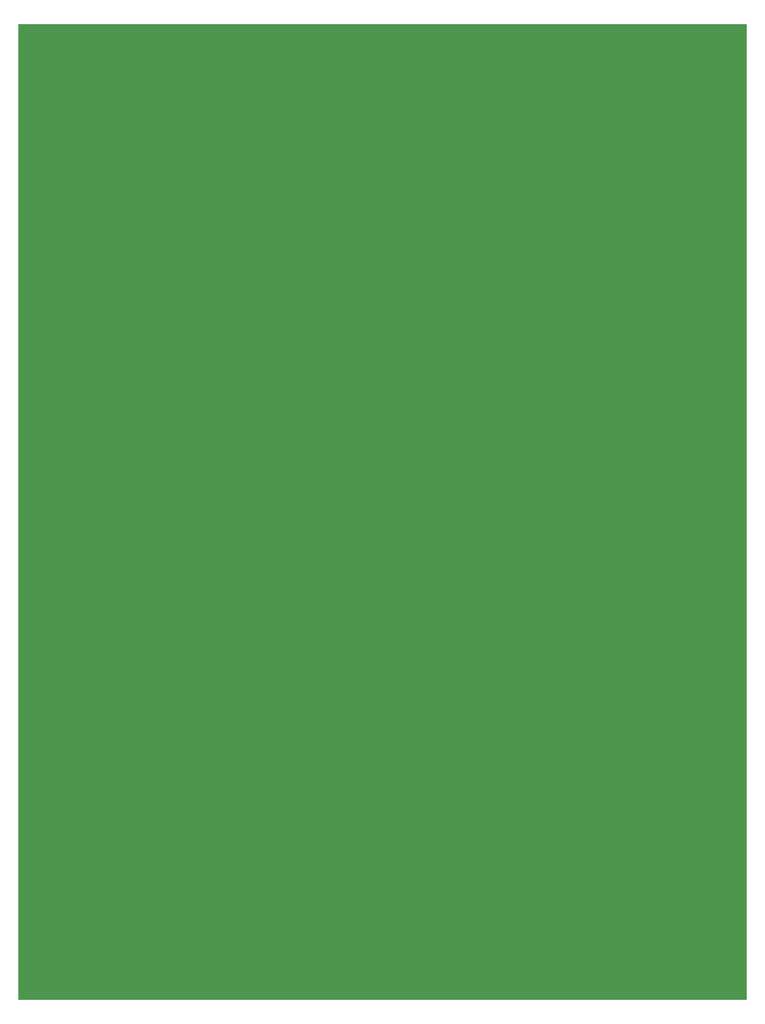
<source format=gbr>
G04 DipTrace 3.0.0.0*
G04 Board.gbr*
%MOIN*%
G04 #@! TF.FileFunction,Drawing,Board polygon*
G04 #@! TF.Part,Single*
%FSLAX26Y26*%
G04*
G70*
G90*
G75*
G01*
G04 BoardPoly*
%LPD*%
G36*
X393701Y393701D2*
X3307087D1*
Y4291339D1*
X393701D1*
Y393701D1*
G37*
M02*

</source>
